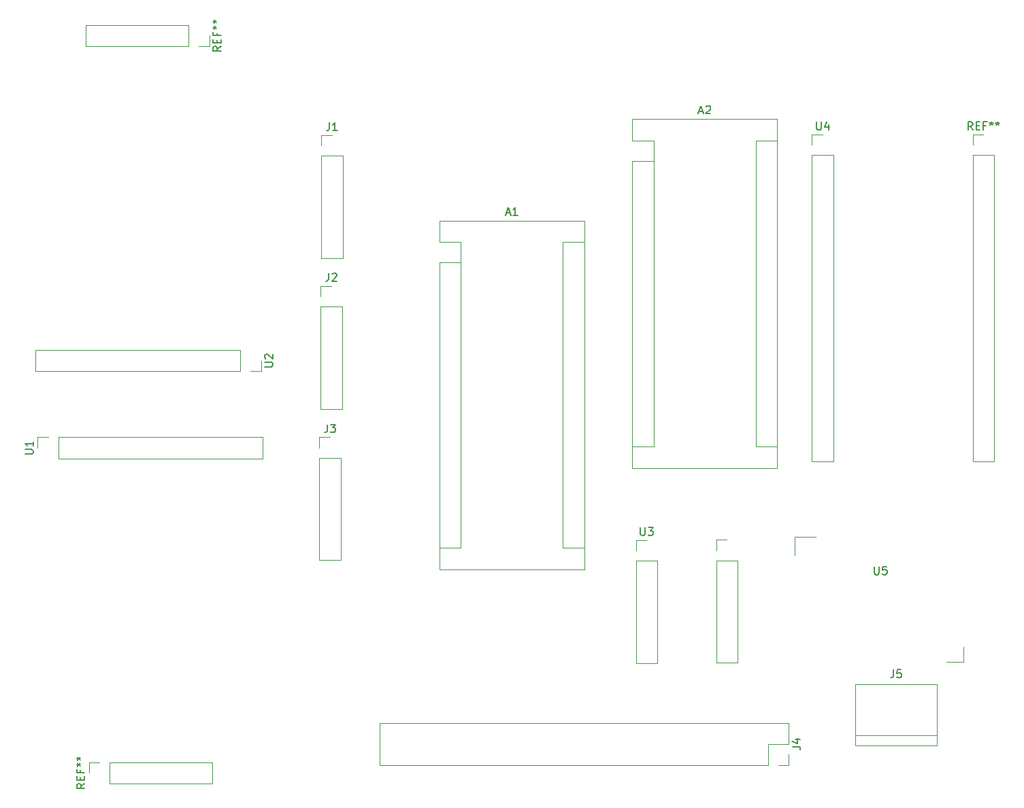
<source format=gbr>
%TF.GenerationSoftware,KiCad,Pcbnew,(5.1.10)-1*%
%TF.CreationDate,2021-09-16T12:18:45+00:00*%
%TF.ProjectId,LMR,4c4d522e-6b69-4636-9164-5f7063625858,rev?*%
%TF.SameCoordinates,Original*%
%TF.FileFunction,Legend,Top*%
%TF.FilePolarity,Positive*%
%FSLAX46Y46*%
G04 Gerber Fmt 4.6, Leading zero omitted, Abs format (unit mm)*
G04 Created by KiCad (PCBNEW (5.1.10)-1) date 2021-09-16 12:18:45*
%MOMM*%
%LPD*%
G01*
G04 APERTURE LIST*
%ADD10C,0.120000*%
%ADD11C,0.150000*%
G04 APERTURE END LIST*
D10*
%TO.C,J5*%
X12420000Y-104740000D02*
X2260000Y-104740000D01*
X12420000Y-106010000D02*
X12420000Y-98390000D01*
X12420000Y-98390000D02*
X2260000Y-98390000D01*
X2260000Y-98390000D02*
X2260000Y-106010000D01*
X2260000Y-106010000D02*
X12420000Y-106010000D01*
%TO.C,J4*%
X-6020000Y-108430000D02*
X-6020000Y-107100000D01*
X-7350000Y-108430000D02*
X-6020000Y-108430000D01*
X-6020000Y-105830000D02*
X-6020000Y-103230000D01*
X-8620000Y-105830000D02*
X-6020000Y-105830000D01*
X-8620000Y-108430000D02*
X-8620000Y-105830000D01*
X-6020000Y-103230000D02*
X-56940000Y-103230000D01*
X-8620000Y-108430000D02*
X-56940000Y-108430000D01*
X-56940000Y-108430000D02*
X-56940000Y-103230000D01*
%TO.C,U5*%
X-5288320Y-82341400D02*
X-5288320Y-80051400D01*
X-5288320Y-80051400D02*
X-2678320Y-80051400D01*
X13631680Y-95641400D02*
X15741680Y-95641400D01*
X15741680Y-95641400D02*
X15741680Y-93721400D01*
%TO.C,U4*%
X-3130000Y-29870000D02*
X-1800000Y-29870000D01*
X-3130000Y-31200000D02*
X-3130000Y-29870000D01*
X-3130000Y-32470000D02*
X-470000Y-32470000D01*
X-470000Y-32470000D02*
X-470000Y-70630000D01*
X-3130000Y-32470000D02*
X-3130000Y-70630000D01*
X-3130000Y-70630000D02*
X-470000Y-70630000D01*
X16870000Y-31200000D02*
X16870000Y-29870000D01*
X16870000Y-29870000D02*
X18200000Y-29870000D01*
X19530000Y-32470000D02*
X19530000Y-70630000D01*
X16870000Y-32470000D02*
X19530000Y-32470000D01*
X16870000Y-32470000D02*
X16870000Y-70630000D01*
X16870000Y-70630000D02*
X19530000Y-70630000D01*
%TO.C,U3*%
X-25039120Y-80402120D02*
X-23709120Y-80402120D01*
X-25039120Y-81732120D02*
X-25039120Y-80402120D01*
X-25039120Y-83002120D02*
X-22379120Y-83002120D01*
X-22379120Y-83002120D02*
X-22379120Y-95762120D01*
X-25039120Y-83002120D02*
X-25039120Y-95762120D01*
X-25039120Y-95762120D02*
X-22379120Y-95762120D01*
X-12379120Y-82952120D02*
X-12379120Y-95712120D01*
X-15039120Y-80352120D02*
X-13709120Y-80352120D01*
X-15039120Y-82952120D02*
X-12379120Y-82952120D01*
X-15039120Y-95712120D02*
X-12379120Y-95712120D01*
X-15039120Y-81682120D02*
X-15039120Y-80352120D01*
X-15039120Y-82952120D02*
X-15039120Y-95712120D01*
%TO.C,U2*%
X-71690000Y-59390000D02*
X-71690000Y-58060000D01*
X-73020000Y-59390000D02*
X-71690000Y-59390000D01*
X-74290000Y-59390000D02*
X-74290000Y-56730000D01*
X-74290000Y-56730000D02*
X-99750000Y-56730000D01*
X-74290000Y-59390000D02*
X-99750000Y-59390000D01*
X-99750000Y-59390000D02*
X-99750000Y-56730000D01*
X-93465000Y-18905000D02*
X-93465000Y-16245000D01*
X-79435000Y-18905000D02*
X-78105000Y-18905000D01*
X-78105000Y-18905000D02*
X-78105000Y-17575000D01*
X-80705000Y-18905000D02*
X-80705000Y-16245000D01*
X-80705000Y-16245000D02*
X-93465000Y-16245000D01*
X-80705000Y-18905000D02*
X-93465000Y-18905000D01*
%TO.C,U1*%
X-99510000Y-67610000D02*
X-99510000Y-68940000D01*
X-98180000Y-67610000D02*
X-99510000Y-67610000D01*
X-96910000Y-67610000D02*
X-96910000Y-70270000D01*
X-96910000Y-70270000D02*
X-71450000Y-70270000D01*
X-96910000Y-67610000D02*
X-71450000Y-67610000D01*
X-71450000Y-67610000D02*
X-71450000Y-70270000D01*
X-77735000Y-108095000D02*
X-77735000Y-110755000D01*
X-91765000Y-108095000D02*
X-93095000Y-108095000D01*
X-93095000Y-108095000D02*
X-93095000Y-109425000D01*
X-90495000Y-108095000D02*
X-90495000Y-110755000D01*
X-90495000Y-110755000D02*
X-77735000Y-110755000D01*
X-90495000Y-108095000D02*
X-77735000Y-108095000D01*
%TO.C,J3*%
X-64431600Y-82930200D02*
X-61771600Y-82930200D01*
X-64431600Y-70170200D02*
X-64431600Y-82930200D01*
X-61771600Y-70170200D02*
X-61771600Y-82930200D01*
X-64431600Y-70170200D02*
X-61771600Y-70170200D01*
X-64431600Y-68900200D02*
X-64431600Y-67570200D01*
X-64431600Y-67570200D02*
X-63101600Y-67570200D01*
%TO.C,J2*%
X-64269040Y-64098640D02*
X-61609040Y-64098640D01*
X-64269040Y-51338640D02*
X-64269040Y-64098640D01*
X-61609040Y-51338640D02*
X-61609040Y-64098640D01*
X-64269040Y-51338640D02*
X-61609040Y-51338640D01*
X-64269040Y-50068640D02*
X-64269040Y-48738640D01*
X-64269040Y-48738640D02*
X-62939040Y-48738640D01*
%TO.C,J1*%
X-64182680Y-45317880D02*
X-61522680Y-45317880D01*
X-64182680Y-32557880D02*
X-64182680Y-45317880D01*
X-61522680Y-32557880D02*
X-61522680Y-45317880D01*
X-64182680Y-32557880D02*
X-61522680Y-32557880D01*
X-64182680Y-31287880D02*
X-64182680Y-29957880D01*
X-64182680Y-29957880D02*
X-62852680Y-29957880D01*
%TO.C,A2*%
X-22815040Y-33197800D02*
X-22815040Y-30657800D01*
X-22815040Y-30657800D02*
X-25485040Y-30657800D01*
X-25485040Y-33197800D02*
X-25485040Y-71427800D01*
X-25485040Y-27987800D02*
X-25485040Y-30657800D01*
X-10115040Y-30657800D02*
X-7445040Y-30657800D01*
X-10115040Y-30657800D02*
X-10115040Y-68757800D01*
X-10115040Y-68757800D02*
X-7445040Y-68757800D01*
X-22815040Y-33197800D02*
X-25485040Y-33197800D01*
X-22815040Y-33197800D02*
X-22815040Y-68757800D01*
X-22815040Y-68757800D02*
X-25485040Y-68757800D01*
X-25485040Y-71427800D02*
X-7445040Y-71427800D01*
X-7445040Y-71427800D02*
X-7445040Y-27987800D01*
X-7445040Y-27987800D02*
X-25485040Y-27987800D01*
%TO.C,A1*%
X-46828800Y-45839600D02*
X-46828800Y-43299600D01*
X-46828800Y-43299600D02*
X-49498800Y-43299600D01*
X-49498800Y-45839600D02*
X-49498800Y-84069600D01*
X-49498800Y-40629600D02*
X-49498800Y-43299600D01*
X-34128800Y-43299600D02*
X-31458800Y-43299600D01*
X-34128800Y-43299600D02*
X-34128800Y-81399600D01*
X-34128800Y-81399600D02*
X-31458800Y-81399600D01*
X-46828800Y-45839600D02*
X-49498800Y-45839600D01*
X-46828800Y-45839600D02*
X-46828800Y-81399600D01*
X-46828800Y-81399600D02*
X-49498800Y-81399600D01*
X-49498800Y-84069600D02*
X-31458800Y-84069600D01*
X-31458800Y-84069600D02*
X-31458800Y-40629600D01*
X-31458800Y-40629600D02*
X-49498800Y-40629600D01*
%TO.C,J5*%
D11*
X7006666Y-96572380D02*
X7006666Y-97286666D01*
X6959047Y-97429523D01*
X6863809Y-97524761D01*
X6720952Y-97572380D01*
X6625714Y-97572380D01*
X7959047Y-96572380D02*
X7482857Y-96572380D01*
X7435238Y-97048571D01*
X7482857Y-97000952D01*
X7578095Y-96953333D01*
X7816190Y-96953333D01*
X7911428Y-97000952D01*
X7959047Y-97048571D01*
X8006666Y-97143809D01*
X8006666Y-97381904D01*
X7959047Y-97477142D01*
X7911428Y-97524761D01*
X7816190Y-97572380D01*
X7578095Y-97572380D01*
X7482857Y-97524761D01*
X7435238Y-97477142D01*
%TO.C,J4*%
X-5567619Y-106163333D02*
X-4853333Y-106163333D01*
X-4710476Y-106210952D01*
X-4615238Y-106306190D01*
X-4567619Y-106449047D01*
X-4567619Y-106544285D01*
X-5234285Y-105258571D02*
X-4567619Y-105258571D01*
X-5615238Y-105496666D02*
X-4900952Y-105734761D01*
X-4900952Y-105115714D01*
%TO.C,U5*%
X4629775Y-83723780D02*
X4629775Y-84533304D01*
X4677394Y-84628542D01*
X4725013Y-84676161D01*
X4820251Y-84723780D01*
X5010727Y-84723780D01*
X5105965Y-84676161D01*
X5153584Y-84628542D01*
X5201203Y-84533304D01*
X5201203Y-83723780D01*
X6153584Y-83723780D02*
X5677394Y-83723780D01*
X5629775Y-84199971D01*
X5677394Y-84152352D01*
X5772632Y-84104733D01*
X6010727Y-84104733D01*
X6105965Y-84152352D01*
X6153584Y-84199971D01*
X6201203Y-84295209D01*
X6201203Y-84533304D01*
X6153584Y-84628542D01*
X6105965Y-84676161D01*
X6010727Y-84723780D01*
X5772632Y-84723780D01*
X5677394Y-84676161D01*
X5629775Y-84628542D01*
%TO.C,U4*%
X-2561904Y-28322380D02*
X-2561904Y-29131904D01*
X-2514285Y-29227142D01*
X-2466666Y-29274761D01*
X-2371428Y-29322380D01*
X-2180952Y-29322380D01*
X-2085714Y-29274761D01*
X-2038095Y-29227142D01*
X-1990476Y-29131904D01*
X-1990476Y-28322380D01*
X-1085714Y-28655714D02*
X-1085714Y-29322380D01*
X-1323809Y-28274761D02*
X-1561904Y-28989047D01*
X-942857Y-28989047D01*
X16866666Y-29322380D02*
X16533333Y-28846190D01*
X16295238Y-29322380D02*
X16295238Y-28322380D01*
X16676190Y-28322380D01*
X16771428Y-28370000D01*
X16819047Y-28417619D01*
X16866666Y-28512857D01*
X16866666Y-28655714D01*
X16819047Y-28750952D01*
X16771428Y-28798571D01*
X16676190Y-28846190D01*
X16295238Y-28846190D01*
X17295238Y-28798571D02*
X17628571Y-28798571D01*
X17771428Y-29322380D02*
X17295238Y-29322380D01*
X17295238Y-28322380D01*
X17771428Y-28322380D01*
X18533333Y-28798571D02*
X18200000Y-28798571D01*
X18200000Y-29322380D02*
X18200000Y-28322380D01*
X18676190Y-28322380D01*
X19200000Y-28322380D02*
X19200000Y-28560476D01*
X18961904Y-28465238D02*
X19200000Y-28560476D01*
X19438095Y-28465238D01*
X19057142Y-28750952D02*
X19200000Y-28560476D01*
X19342857Y-28750952D01*
X19961904Y-28322380D02*
X19961904Y-28560476D01*
X19723809Y-28465238D02*
X19961904Y-28560476D01*
X20200000Y-28465238D01*
X19819047Y-28750952D02*
X19961904Y-28560476D01*
X20104761Y-28750952D01*
%TO.C,U3*%
X-24471024Y-78854500D02*
X-24471024Y-79664024D01*
X-24423405Y-79759262D01*
X-24375786Y-79806881D01*
X-24280548Y-79854500D01*
X-24090072Y-79854500D01*
X-23994834Y-79806881D01*
X-23947215Y-79759262D01*
X-23899596Y-79664024D01*
X-23899596Y-78854500D01*
X-23518643Y-78854500D02*
X-22899596Y-78854500D01*
X-23232929Y-79235453D01*
X-23090072Y-79235453D01*
X-22994834Y-79283072D01*
X-22947215Y-79330691D01*
X-22899596Y-79425929D01*
X-22899596Y-79664024D01*
X-22947215Y-79759262D01*
X-22994834Y-79806881D01*
X-23090072Y-79854500D01*
X-23375786Y-79854500D01*
X-23471024Y-79806881D01*
X-23518643Y-79759262D01*
%TO.C,U2*%
X-71237619Y-58821904D02*
X-70428095Y-58821904D01*
X-70332857Y-58774285D01*
X-70285238Y-58726666D01*
X-70237619Y-58631428D01*
X-70237619Y-58440952D01*
X-70285238Y-58345714D01*
X-70332857Y-58298095D01*
X-70428095Y-58250476D01*
X-71237619Y-58250476D01*
X-71142380Y-57821904D02*
X-71190000Y-57774285D01*
X-71237619Y-57679047D01*
X-71237619Y-57440952D01*
X-71190000Y-57345714D01*
X-71142380Y-57298095D01*
X-71047142Y-57250476D01*
X-70951904Y-57250476D01*
X-70809047Y-57298095D01*
X-70237619Y-57869523D01*
X-70237619Y-57250476D01*
X-76652619Y-18908333D02*
X-77128809Y-19241666D01*
X-76652619Y-19479761D02*
X-77652619Y-19479761D01*
X-77652619Y-19098809D01*
X-77605000Y-19003571D01*
X-77557380Y-18955952D01*
X-77462142Y-18908333D01*
X-77319285Y-18908333D01*
X-77224047Y-18955952D01*
X-77176428Y-19003571D01*
X-77128809Y-19098809D01*
X-77128809Y-19479761D01*
X-77176428Y-18479761D02*
X-77176428Y-18146428D01*
X-76652619Y-18003571D02*
X-76652619Y-18479761D01*
X-77652619Y-18479761D01*
X-77652619Y-18003571D01*
X-77176428Y-17241666D02*
X-77176428Y-17575000D01*
X-76652619Y-17575000D02*
X-77652619Y-17575000D01*
X-77652619Y-17098809D01*
X-77652619Y-16575000D02*
X-77414523Y-16575000D01*
X-77509761Y-16813095D02*
X-77414523Y-16575000D01*
X-77509761Y-16336904D01*
X-77224047Y-16717857D02*
X-77414523Y-16575000D01*
X-77224047Y-16432142D01*
X-77652619Y-15813095D02*
X-77414523Y-15813095D01*
X-77509761Y-16051190D02*
X-77414523Y-15813095D01*
X-77509761Y-15575000D01*
X-77224047Y-15955952D02*
X-77414523Y-15813095D01*
X-77224047Y-15670238D01*
%TO.C,U1*%
X-101057619Y-69701904D02*
X-100248095Y-69701904D01*
X-100152857Y-69654285D01*
X-100105238Y-69606666D01*
X-100057619Y-69511428D01*
X-100057619Y-69320952D01*
X-100105238Y-69225714D01*
X-100152857Y-69178095D01*
X-100248095Y-69130476D01*
X-101057619Y-69130476D01*
X-100057619Y-68130476D02*
X-100057619Y-68701904D01*
X-100057619Y-68416190D02*
X-101057619Y-68416190D01*
X-100914761Y-68511428D01*
X-100819523Y-68606666D01*
X-100771904Y-68701904D01*
X-93642619Y-110758333D02*
X-94118809Y-111091666D01*
X-93642619Y-111329761D02*
X-94642619Y-111329761D01*
X-94642619Y-110948809D01*
X-94595000Y-110853571D01*
X-94547380Y-110805952D01*
X-94452142Y-110758333D01*
X-94309285Y-110758333D01*
X-94214047Y-110805952D01*
X-94166428Y-110853571D01*
X-94118809Y-110948809D01*
X-94118809Y-111329761D01*
X-94166428Y-110329761D02*
X-94166428Y-109996428D01*
X-93642619Y-109853571D02*
X-93642619Y-110329761D01*
X-94642619Y-110329761D01*
X-94642619Y-109853571D01*
X-94166428Y-109091666D02*
X-94166428Y-109425000D01*
X-93642619Y-109425000D02*
X-94642619Y-109425000D01*
X-94642619Y-108948809D01*
X-94642619Y-108425000D02*
X-94404523Y-108425000D01*
X-94499761Y-108663095D02*
X-94404523Y-108425000D01*
X-94499761Y-108186904D01*
X-94214047Y-108567857D02*
X-94404523Y-108425000D01*
X-94214047Y-108282142D01*
X-94642619Y-107663095D02*
X-94404523Y-107663095D01*
X-94499761Y-107901190D02*
X-94404523Y-107663095D01*
X-94499761Y-107425000D01*
X-94214047Y-107805952D02*
X-94404523Y-107663095D01*
X-94214047Y-107520238D01*
%TO.C,J3*%
X-63434933Y-66022580D02*
X-63434933Y-66736866D01*
X-63482552Y-66879723D01*
X-63577790Y-66974961D01*
X-63720647Y-67022580D01*
X-63815885Y-67022580D01*
X-63053980Y-66022580D02*
X-62434933Y-66022580D01*
X-62768266Y-66403533D01*
X-62625409Y-66403533D01*
X-62530171Y-66451152D01*
X-62482552Y-66498771D01*
X-62434933Y-66594009D01*
X-62434933Y-66832104D01*
X-62482552Y-66927342D01*
X-62530171Y-66974961D01*
X-62625409Y-67022580D01*
X-62911123Y-67022580D01*
X-63006361Y-66974961D01*
X-63053980Y-66927342D01*
%TO.C,J2*%
X-63272373Y-47191020D02*
X-63272373Y-47905306D01*
X-63319992Y-48048163D01*
X-63415230Y-48143401D01*
X-63558087Y-48191020D01*
X-63653325Y-48191020D01*
X-62843801Y-47286259D02*
X-62796182Y-47238640D01*
X-62700944Y-47191020D01*
X-62462849Y-47191020D01*
X-62367611Y-47238640D01*
X-62319992Y-47286259D01*
X-62272373Y-47381497D01*
X-62272373Y-47476735D01*
X-62319992Y-47619592D01*
X-62891420Y-48191020D01*
X-62272373Y-48191020D01*
%TO.C,J1*%
X-63186013Y-28410260D02*
X-63186013Y-29124546D01*
X-63233632Y-29267403D01*
X-63328870Y-29362641D01*
X-63471727Y-29410260D01*
X-63566965Y-29410260D01*
X-62186013Y-29410260D02*
X-62757441Y-29410260D01*
X-62471727Y-29410260D02*
X-62471727Y-28410260D01*
X-62566965Y-28553118D01*
X-62662203Y-28648356D01*
X-62757441Y-28695975D01*
%TO.C,A2*%
X-17179325Y-27014466D02*
X-16703135Y-27014466D01*
X-17274563Y-27300180D02*
X-16941230Y-26300180D01*
X-16607897Y-27300180D01*
X-16322182Y-26395419D02*
X-16274563Y-26347800D01*
X-16179325Y-26300180D01*
X-15941230Y-26300180D01*
X-15845992Y-26347800D01*
X-15798373Y-26395419D01*
X-15750754Y-26490657D01*
X-15750754Y-26585895D01*
X-15798373Y-26728752D01*
X-16369801Y-27300180D01*
X-15750754Y-27300180D01*
%TO.C,A1*%
X-41193085Y-39656266D02*
X-40716895Y-39656266D01*
X-41288323Y-39941980D02*
X-40954990Y-38941980D01*
X-40621657Y-39941980D01*
X-39764514Y-39941980D02*
X-40335942Y-39941980D01*
X-40050228Y-39941980D02*
X-40050228Y-38941980D01*
X-40145466Y-39084838D01*
X-40240704Y-39180076D01*
X-40335942Y-39227695D01*
%TD*%
M02*

</source>
